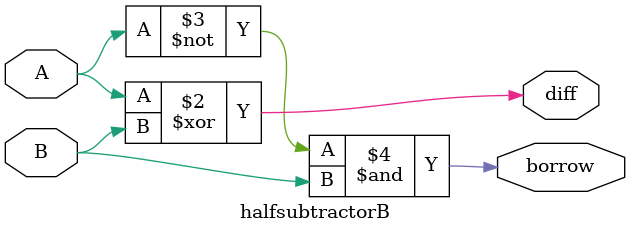
<source format=v>
`timescale 1ns / 1ps
module halfsubtractorB(diff,borrow,A,B
    );
input wire A,B;
output reg diff,borrow;
always @(A or B)
begin
diff = A^B;
borrow = (~A)&B;
end

endmodule

</source>
